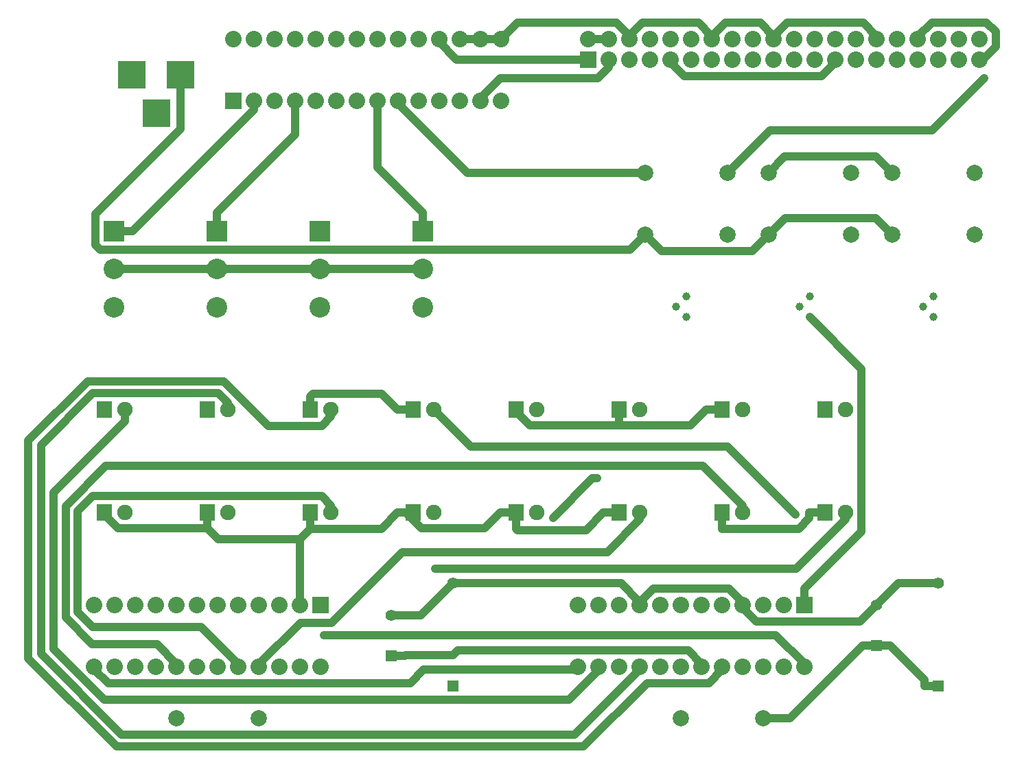
<source format=gbr>
G04 #@! TF.FileFunction,Copper,L1,Top,Signal*
%FSLAX46Y46*%
G04 Gerber Fmt 4.6, Leading zero omitted, Abs format (unit mm)*
G04 Created by KiCad (PCBNEW 4.0.2-stable) date Wednesday, 03 August 2016 'pmt' 15:26:21*
%MOMM*%
G01*
G04 APERTURE LIST*
%ADD10C,0.100000*%
%ADD11R,1.397000X1.397000*%
%ADD12C,1.397000*%
%ADD13R,1.400000X1.400000*%
%ADD14C,1.400000*%
%ADD15R,3.500120X3.500120*%
%ADD16R,1.900000X2.000000*%
%ADD17C,1.900000*%
%ADD18C,1.998980*%
%ADD19R,2.032000X2.032000*%
%ADD20C,2.032000*%
%ADD21C,1.000760*%
%ADD22R,2.540000X2.540000*%
%ADD23C,2.540000*%
%ADD24C,1.000000*%
%ADD25C,1.000000*%
G04 APERTURE END LIST*
D10*
D11*
X68400400Y-147146000D03*
D12*
X68400400Y-134446000D03*
D13*
X120650000Y-142160000D03*
D14*
X120650000Y-137160000D03*
D11*
X128270000Y-147146000D03*
D12*
X128270000Y-134446000D03*
D13*
X60780400Y-143430000D03*
D14*
X60780400Y-138430000D03*
D15*
X34775140Y-71755000D03*
X28775660Y-71755000D03*
X31775400Y-76454000D03*
D16*
X25400000Y-113030000D03*
D17*
X27940000Y-113030000D03*
D16*
X38100000Y-113030000D03*
D17*
X40640000Y-113030000D03*
D16*
X50800000Y-113030000D03*
D17*
X53340000Y-113030000D03*
D16*
X63500000Y-113030000D03*
D17*
X66040000Y-113030000D03*
D16*
X76200000Y-113030000D03*
D17*
X78740000Y-113030000D03*
D16*
X88900000Y-113030000D03*
D17*
X91440000Y-113030000D03*
D16*
X101600000Y-113030000D03*
D17*
X104140000Y-113030000D03*
D16*
X114300000Y-113030000D03*
D17*
X116840000Y-113030000D03*
D16*
X25400000Y-125730000D03*
D17*
X27940000Y-125730000D03*
D16*
X38100000Y-125730000D03*
D17*
X40640000Y-125730000D03*
D16*
X50800000Y-125730000D03*
D17*
X53340000Y-125730000D03*
D16*
X63500000Y-125730000D03*
D17*
X66040000Y-125730000D03*
D16*
X88900000Y-125730000D03*
D17*
X91440000Y-125730000D03*
D16*
X76200000Y-125730000D03*
D17*
X78740000Y-125730000D03*
D16*
X101600000Y-125730000D03*
D17*
X104140000Y-125730000D03*
D16*
X114300000Y-125730000D03*
D17*
X116840000Y-125730000D03*
D18*
X96520000Y-151130000D03*
X106680000Y-151130000D03*
X34290000Y-151130000D03*
X44450000Y-151130000D03*
D19*
X41275000Y-74930000D03*
D20*
X43815000Y-74930000D03*
X46355000Y-74930000D03*
X48895000Y-74930000D03*
X51435000Y-74930000D03*
X53975000Y-74930000D03*
X56515000Y-74930000D03*
X59055000Y-74930000D03*
X61595000Y-74930000D03*
X64135000Y-74930000D03*
X66675000Y-74930000D03*
X69215000Y-74930000D03*
X71755000Y-74930000D03*
X74295000Y-74930000D03*
X74295000Y-67310000D03*
X71755000Y-67310000D03*
X69215000Y-67310000D03*
X66675000Y-67310000D03*
X64135000Y-67310000D03*
X61595000Y-67310000D03*
X59055000Y-67310000D03*
X56515000Y-67310000D03*
X53975000Y-67310000D03*
X51435000Y-67310000D03*
X48895000Y-67310000D03*
X46355000Y-67310000D03*
X43815000Y-67310000D03*
X41275000Y-67310000D03*
D19*
X111760000Y-137160000D03*
D20*
X109220000Y-137160000D03*
X106680000Y-137160000D03*
X104140000Y-137160000D03*
X101600000Y-137160000D03*
X99060000Y-137160000D03*
X96520000Y-137160000D03*
X93980000Y-137160000D03*
X91440000Y-137160000D03*
X88900000Y-137160000D03*
X86360000Y-137160000D03*
X83820000Y-137160000D03*
X83820000Y-144780000D03*
X86360000Y-144780000D03*
X88900000Y-144780000D03*
X91440000Y-144780000D03*
X93980000Y-144780000D03*
X96520000Y-144780000D03*
X99060000Y-144780000D03*
X101600000Y-144780000D03*
X104140000Y-144780000D03*
X106680000Y-144780000D03*
X109220000Y-144780000D03*
X111760000Y-144780000D03*
D19*
X52070000Y-137160000D03*
D20*
X49530000Y-137160000D03*
X46990000Y-137160000D03*
X44450000Y-137160000D03*
X41910000Y-137160000D03*
X39370000Y-137160000D03*
X36830000Y-137160000D03*
X34290000Y-137160000D03*
X31750000Y-137160000D03*
X29210000Y-137160000D03*
X26670000Y-137160000D03*
X24130000Y-137160000D03*
X24130000Y-144780000D03*
X26670000Y-144780000D03*
X29210000Y-144780000D03*
X31750000Y-144780000D03*
X34290000Y-144780000D03*
X36830000Y-144780000D03*
X39370000Y-144780000D03*
X41910000Y-144780000D03*
X44450000Y-144780000D03*
X46990000Y-144780000D03*
X49530000Y-144780000D03*
X52070000Y-144780000D03*
D21*
X95885000Y-100330000D03*
X97155000Y-99060000D03*
X97155000Y-101600000D03*
X126365000Y-100330000D03*
X127635000Y-99060000D03*
X127635000Y-101600000D03*
X111125000Y-100330000D03*
X112395000Y-99060000D03*
X112395000Y-101600000D03*
D18*
X92075000Y-83820000D03*
X102235000Y-83820000D03*
X92075000Y-91440000D03*
X102235000Y-91440000D03*
X107315000Y-83820000D03*
X117475000Y-83820000D03*
X107315000Y-91440000D03*
X117475000Y-91440000D03*
X122555000Y-83820000D03*
X132715000Y-83820000D03*
X122555000Y-91440000D03*
X132715000Y-91440000D03*
D22*
X64656200Y-91006400D03*
D23*
X64656200Y-95705400D03*
X64656200Y-100404400D03*
D22*
X51956200Y-91006400D03*
D23*
X51956200Y-95705400D03*
X51956200Y-100404400D03*
D22*
X39256200Y-91006400D03*
D23*
X39256200Y-95705400D03*
X39256200Y-100404400D03*
D22*
X26556200Y-91006400D03*
D23*
X26556200Y-95705400D03*
X26556200Y-100404400D03*
D19*
X85090000Y-69850000D03*
D20*
X85090000Y-67310000D03*
X87630000Y-69850000D03*
X87630000Y-67310000D03*
X90170000Y-69850000D03*
X90170000Y-67310000D03*
X92710000Y-69850000D03*
X92710000Y-67310000D03*
X95250000Y-69850000D03*
X95250000Y-67310000D03*
X97790000Y-69850000D03*
X97790000Y-67310000D03*
X100330000Y-69850000D03*
X100330000Y-67310000D03*
X102870000Y-69850000D03*
X102870000Y-67310000D03*
X105410000Y-69850000D03*
X105410000Y-67310000D03*
X107950000Y-69850000D03*
X107950000Y-67310000D03*
X110490000Y-69850000D03*
X110490000Y-67310000D03*
X113030000Y-69850000D03*
X113030000Y-67310000D03*
X115570000Y-69850000D03*
X115570000Y-67310000D03*
X118110000Y-69850000D03*
X118110000Y-67310000D03*
X120650000Y-69850000D03*
X120650000Y-67310000D03*
X123190000Y-69850000D03*
X123190000Y-67310000D03*
X125730000Y-69850000D03*
X125730000Y-67310000D03*
X128270000Y-69850000D03*
X128270000Y-67310000D03*
X130810000Y-69850000D03*
X130810000Y-67310000D03*
X133350000Y-69850000D03*
X133350000Y-67310000D03*
D24*
X133960300Y-72144200D03*
X68400400Y-143349700D03*
X110634300Y-125980100D03*
X80729800Y-126403200D03*
X86154000Y-121520500D03*
X66204400Y-132693500D03*
X52440300Y-140854600D03*
D25*
X68836800Y-69850000D02*
X85090000Y-69850000D01*
X66675000Y-67688200D02*
X68836800Y-69850000D01*
X66675000Y-67310000D02*
X66675000Y-67688200D01*
X120555100Y-81820100D02*
X122555000Y-83820000D01*
X109314900Y-81820100D02*
X120555100Y-81820100D01*
X107315000Y-83820000D02*
X109314900Y-81820100D01*
X61595000Y-75246700D02*
X61595000Y-74930000D01*
X70168300Y-83820000D02*
X61595000Y-75246700D01*
X92075000Y-83820000D02*
X70168300Y-83820000D01*
X127520100Y-78584400D02*
X133960300Y-72144200D01*
X107470600Y-78584400D02*
X127520100Y-78584400D01*
X102235000Y-83820000D02*
X107470600Y-78584400D01*
X60780400Y-143430000D02*
X62480700Y-143430000D01*
X62561000Y-143349700D02*
X68400400Y-143349700D01*
X62480700Y-143430000D02*
X62561000Y-143349700D01*
X68995300Y-142754800D02*
X68400400Y-143349700D01*
X97412900Y-142754800D02*
X68995300Y-142754800D01*
X99060000Y-144401900D02*
X97412900Y-142754800D01*
X99060000Y-144780000D02*
X99060000Y-144401900D01*
X109979700Y-151130000D02*
X106680000Y-151130000D01*
X118949700Y-142160000D02*
X109979700Y-151130000D01*
X126571200Y-146380900D02*
X126571200Y-147146000D01*
X122350300Y-142160000D02*
X126571200Y-146380900D01*
X120650000Y-142160000D02*
X122350300Y-142160000D01*
X120650000Y-142160000D02*
X118949700Y-142160000D01*
X128270000Y-147146000D02*
X126571200Y-147146000D01*
X90237800Y-93277200D02*
X92075000Y-91440000D01*
X24836300Y-93277200D02*
X90237800Y-93277200D01*
X24285800Y-92726700D02*
X24836300Y-93277200D01*
X24285800Y-88876100D02*
X24285800Y-92726700D01*
X34775100Y-78386800D02*
X24285800Y-88876100D01*
X34775100Y-71755000D02*
X34775100Y-78386800D01*
X94087200Y-93452200D02*
X92075000Y-91440000D01*
X105302800Y-93452200D02*
X94087200Y-93452200D01*
X107315000Y-91440000D02*
X105302800Y-93452200D01*
X109327300Y-89427700D02*
X107315000Y-91440000D01*
X120542700Y-89427700D02*
X109327300Y-89427700D01*
X122555000Y-91440000D02*
X120542700Y-89427700D01*
X83458000Y-145142000D02*
X83820000Y-144780000D01*
X64775600Y-145142000D02*
X83458000Y-145142000D01*
X63106900Y-146810700D02*
X64775600Y-145142000D01*
X25849000Y-146810700D02*
X63106900Y-146810700D01*
X24130000Y-145091700D02*
X25849000Y-146810700D01*
X24130000Y-144780000D02*
X24130000Y-145091700D01*
X118798800Y-128104900D02*
X111760000Y-135143700D01*
X118798800Y-108003800D02*
X118798800Y-128104900D01*
X112395000Y-101600000D02*
X118798800Y-108003800D01*
X111760000Y-137160000D02*
X111760000Y-135143700D01*
X69215000Y-67310000D02*
X71755000Y-67310000D01*
X71755000Y-67310000D02*
X74295000Y-67310000D01*
X104140000Y-137538100D02*
X104140000Y-137160000D01*
X105788200Y-139186300D02*
X104140000Y-137538100D01*
X118623700Y-139186300D02*
X105788200Y-139186300D01*
X120650000Y-137160000D02*
X118623700Y-139186300D01*
X91440000Y-137160000D02*
X91440000Y-136781800D01*
X104140000Y-136825400D02*
X104140000Y-137160000D01*
X102445000Y-135130400D02*
X104140000Y-136825400D01*
X93091400Y-135130400D02*
X102445000Y-135130400D01*
X91440000Y-136781800D02*
X93091400Y-135130400D01*
X123364000Y-134446000D02*
X120650000Y-137160000D01*
X128270000Y-134446000D02*
X123364000Y-134446000D01*
X39256200Y-95705400D02*
X26556200Y-95705400D01*
X95250000Y-70204500D02*
X95250000Y-69850000D01*
X96938800Y-71893300D02*
X95250000Y-70204500D01*
X113844200Y-71893300D02*
X96938800Y-71893300D01*
X115570000Y-70167500D02*
X113844200Y-71893300D01*
X115570000Y-69850000D02*
X115570000Y-70167500D01*
X125730000Y-66981000D02*
X125730000Y-67310000D01*
X127467300Y-65243700D02*
X125730000Y-66981000D01*
X134210300Y-65243700D02*
X127467300Y-65243700D01*
X135366400Y-66399800D02*
X134210300Y-65243700D01*
X135366400Y-68224900D02*
X135366400Y-66399800D01*
X133741300Y-69850000D02*
X135366400Y-68224900D01*
X133350000Y-69850000D02*
X133741300Y-69850000D01*
X64656200Y-95705400D02*
X51956200Y-95705400D01*
X51956200Y-95705400D02*
X39256200Y-95705400D01*
X64416400Y-138430000D02*
X68400400Y-134446000D01*
X60780400Y-138430000D02*
X64416400Y-138430000D01*
X109599100Y-65293600D02*
X107950000Y-66942700D01*
X119011800Y-65293600D02*
X109599100Y-65293600D01*
X120650000Y-66931800D02*
X119011800Y-65293600D01*
X120650000Y-67310000D02*
X120650000Y-66931800D01*
X107950000Y-66942700D02*
X107950000Y-67310000D01*
X88543400Y-65293200D02*
X90170000Y-66919800D01*
X76311800Y-65293200D02*
X88543400Y-65293200D01*
X74295000Y-67310000D02*
X76311800Y-65293200D01*
X90170000Y-66919800D02*
X90170000Y-67310000D01*
X91796200Y-65293600D02*
X90170000Y-66919800D01*
X98680900Y-65293600D02*
X91796200Y-65293600D01*
X100330000Y-66942700D02*
X98680900Y-65293600D01*
X101979100Y-65293600D02*
X100330000Y-66942700D01*
X106300900Y-65293600D02*
X101979100Y-65293600D01*
X107950000Y-66942700D02*
X106300900Y-65293600D01*
X100330000Y-66942700D02*
X100330000Y-67310000D01*
X89104200Y-134446000D02*
X91440000Y-136781800D01*
X68400400Y-134446000D02*
X89104200Y-134446000D01*
X50800000Y-113030000D02*
X50800000Y-111429800D01*
X63500000Y-113030000D02*
X61549700Y-113030000D01*
X51150200Y-111079600D02*
X50800000Y-111429800D01*
X59599300Y-111079600D02*
X51150200Y-111079600D01*
X61549700Y-113030000D02*
X59599300Y-111079600D01*
X88900000Y-113030000D02*
X88900000Y-114630200D01*
X97699300Y-114980400D02*
X88900000Y-114980400D01*
X99649700Y-113030000D02*
X97699300Y-114980400D01*
X88900000Y-114630200D02*
X88900000Y-114980400D01*
X76200000Y-113284100D02*
X76200000Y-113030000D01*
X77896300Y-114980400D02*
X76200000Y-113284100D01*
X88900000Y-114980400D02*
X77896300Y-114980400D01*
X101600000Y-113030000D02*
X99649700Y-113030000D01*
X27940000Y-114440800D02*
X27940000Y-113030000D01*
X19071300Y-123309500D02*
X27940000Y-114440800D01*
X19071300Y-142578700D02*
X19071300Y-123309500D01*
X25337400Y-148844800D02*
X19071300Y-142578700D01*
X82701800Y-148844800D02*
X25337400Y-148844800D01*
X86360000Y-145186600D02*
X82701800Y-148844800D01*
X86360000Y-144780000D02*
X86360000Y-145186600D01*
X114300000Y-125730000D02*
X112349700Y-125730000D01*
X101600000Y-125730000D02*
X101600000Y-127730300D01*
X38100000Y-125730000D02*
X38100000Y-127330200D01*
X50800000Y-125730000D02*
X50800000Y-127730300D01*
X38100000Y-127330200D02*
X38100000Y-127680400D01*
X25400000Y-125973900D02*
X25400000Y-125730000D01*
X27106500Y-127680400D02*
X25400000Y-125973900D01*
X38100000Y-127680400D02*
X27106500Y-127680400D01*
X39419900Y-129000300D02*
X38100000Y-127680400D01*
X49530000Y-129000300D02*
X39419900Y-129000300D01*
X112349700Y-126426200D02*
X112349700Y-125730000D01*
X111045600Y-127730300D02*
X112349700Y-126426200D01*
X101600000Y-127730300D02*
X111045600Y-127730300D01*
X49530000Y-137160000D02*
X49530000Y-129000300D01*
X49530000Y-129000300D02*
X50800000Y-127730300D01*
X59549400Y-127730300D02*
X61549700Y-125730000D01*
X50800000Y-127730300D02*
X59549400Y-127730300D01*
X63500000Y-125730000D02*
X62524900Y-125730000D01*
X62524900Y-125730000D02*
X61549700Y-125730000D01*
X72299400Y-127680300D02*
X74249700Y-125730000D01*
X64475200Y-127680300D02*
X72299400Y-127680300D01*
X62524900Y-125730000D02*
X64475200Y-127680300D01*
X76200000Y-125730000D02*
X74249700Y-125730000D01*
X88900000Y-125730000D02*
X86949700Y-125730000D01*
X76200000Y-125730000D02*
X76200000Y-127730300D01*
X84776200Y-127903500D02*
X86949700Y-125730000D01*
X76373200Y-127903500D02*
X84776200Y-127903500D01*
X76200000Y-127730300D02*
X76373200Y-127903500D01*
X40640000Y-112205400D02*
X40640000Y-113030000D01*
X39464300Y-111029700D02*
X40640000Y-112205400D01*
X23966900Y-111029700D02*
X39464300Y-111029700D01*
X17569600Y-117427000D02*
X23966900Y-111029700D01*
X17569600Y-143204700D02*
X17569600Y-117427000D01*
X27502200Y-153137300D02*
X17569600Y-143204700D01*
X83394200Y-153137300D02*
X27502200Y-153137300D01*
X91440000Y-145091500D02*
X83394200Y-153137300D01*
X91440000Y-144780000D02*
X91440000Y-145091500D01*
X101600000Y-145158200D02*
X101600000Y-144780000D01*
X99961800Y-146796400D02*
X101600000Y-145158200D01*
X92346600Y-146796400D02*
X99961800Y-146796400D01*
X84505400Y-154637600D02*
X92346600Y-146796400D01*
X26880800Y-154637600D02*
X84505400Y-154637600D01*
X16018900Y-143775700D02*
X26880800Y-154637600D01*
X16018900Y-116856000D02*
X16018900Y-143775700D01*
X23345500Y-109529400D02*
X16018900Y-116856000D01*
X40085700Y-109529400D02*
X23345500Y-109529400D01*
X45586700Y-115030400D02*
X40085700Y-109529400D01*
X52221300Y-115030400D02*
X45586700Y-115030400D01*
X53340000Y-113911700D02*
X52221300Y-115030400D01*
X53340000Y-113030000D02*
X53340000Y-113911700D01*
X53340000Y-124848300D02*
X53340000Y-125730000D01*
X52221300Y-123729600D02*
X53340000Y-124848300D01*
X23975800Y-123729600D02*
X52221300Y-123729600D01*
X22113600Y-125591800D02*
X23975800Y-123729600D01*
X22113600Y-138023100D02*
X22113600Y-125591800D01*
X23942400Y-139851900D02*
X22113600Y-138023100D01*
X37293600Y-139851900D02*
X23942400Y-139851900D01*
X41910000Y-144468300D02*
X37293600Y-139851900D01*
X41910000Y-144780000D02*
X41910000Y-144468300D01*
X70601000Y-117591000D02*
X66040000Y-113030000D01*
X102245200Y-117591000D02*
X70601000Y-117591000D01*
X110634300Y-125980100D02*
X102245200Y-117591000D01*
X91440000Y-126567700D02*
X91440000Y-125730000D01*
X87404200Y-130603500D02*
X91440000Y-126567700D01*
X62148000Y-130603500D02*
X87404200Y-130603500D01*
X53397300Y-139354200D02*
X62148000Y-130603500D01*
X49558800Y-139354200D02*
X53397300Y-139354200D01*
X44450000Y-144463000D02*
X49558800Y-139354200D01*
X44450000Y-144780000D02*
X44450000Y-144463000D01*
X85612500Y-121520500D02*
X86154000Y-121520500D01*
X80729800Y-126403200D02*
X85612500Y-121520500D01*
X104140000Y-124892300D02*
X104140000Y-125730000D01*
X99244100Y-119996400D02*
X104140000Y-124892300D01*
X25587100Y-119996400D02*
X99244100Y-119996400D01*
X20598400Y-124985100D02*
X25587100Y-119996400D01*
X20598400Y-138722800D02*
X20598400Y-124985100D01*
X23851900Y-141976300D02*
X20598400Y-138722800D01*
X31864400Y-141976300D02*
X23851900Y-141976300D01*
X34290000Y-144401900D02*
X31864400Y-141976300D01*
X34290000Y-144780000D02*
X34290000Y-144401900D01*
X116840000Y-126559400D02*
X116840000Y-125730000D01*
X110705900Y-132693500D02*
X116840000Y-126559400D01*
X66204400Y-132693500D02*
X110705900Y-132693500D01*
X59055000Y-83134900D02*
X59055000Y-74930000D01*
X64656200Y-88736100D02*
X59055000Y-83134900D01*
X64656200Y-91006400D02*
X64656200Y-88736100D01*
X48895000Y-79097300D02*
X48895000Y-74930000D01*
X39256200Y-88736100D02*
X48895000Y-79097300D01*
X39256200Y-91006400D02*
X39256200Y-88736100D01*
X43815000Y-76017900D02*
X43815000Y-74930000D01*
X28826500Y-91006400D02*
X43815000Y-76017900D01*
X26556200Y-91006400D02*
X28826500Y-91006400D01*
X71755000Y-74579300D02*
X71755000Y-74930000D01*
X74209300Y-72125000D02*
X71755000Y-74579300D01*
X86285400Y-72125000D02*
X74209300Y-72125000D01*
X87630000Y-70780400D02*
X86285400Y-72125000D01*
X87630000Y-69850000D02*
X87630000Y-70780400D01*
X87630000Y-67310000D02*
X85090000Y-67310000D01*
X111760000Y-144397300D02*
X111760000Y-144780000D01*
X108217300Y-140854600D02*
X111760000Y-144397300D01*
X52440300Y-140854600D02*
X108217300Y-140854600D01*
M02*

</source>
